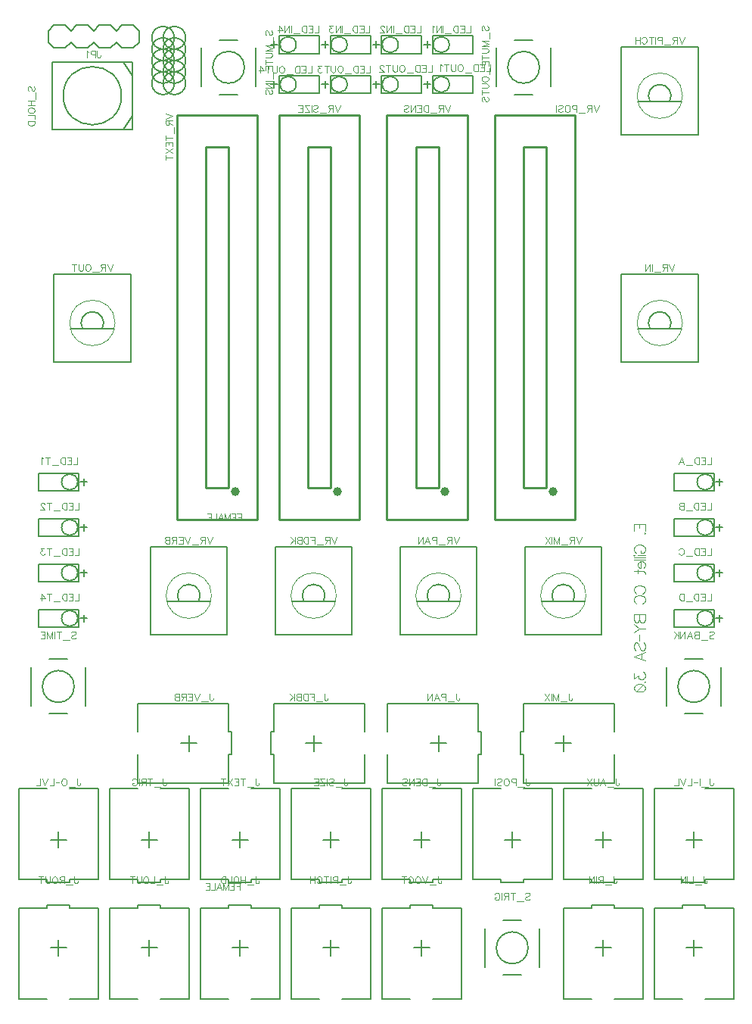
<source format=gbo>
G04 DipTrace 3.3.0.0*
G04 typhoon.GBO*
%MOIN*%
G04 #@! TF.FileFunction,Legend,Bot*
G04 #@! TF.Part,Single*
%ADD10C,0.009843*%
%ADD15C,0.008*%
%ADD18C,0.006*%
%ADD21C,0.005*%
%ADD25C,0.004*%
%ADD31C,0.005984*%
%ADD55O,0.039405X0.039508*%
%ADD57C,0.000013*%
%ADD134C,0.004632*%
%ADD135C,0.003*%
%FSLAX26Y26*%
G04*
G70*
G90*
G75*
G01*
G04 BotSilk*
%LPD*%
X2944068Y1118879D2*
D18*
X3014103D1*
X2979103Y1153826D2*
Y1083882D1*
X3029118Y943996D2*
X3154103D1*
X2929088D2*
X2804103D1*
X2929088Y1344005D2*
X2804103D1*
X3029118D2*
X3154103D1*
Y943996D1*
X2804103D2*
Y1344005D1*
X2929088Y943996D2*
D31*
Y931521D1*
X3029118D1*
Y943996D1*
X2144068Y1118879D2*
D18*
X2214103D1*
X2179103Y1153826D2*
Y1083882D1*
X2229118Y943996D2*
X2354103D1*
X2129088D2*
X2004103D1*
X2129088Y1344005D2*
X2004103D1*
X2229118D2*
X2354103D1*
Y943996D1*
X2004103D2*
Y1344005D1*
X2129088Y943996D2*
D31*
Y931521D1*
X2229118D1*
Y943996D1*
X1703982Y1579035D2*
D18*
Y1509000D1*
X1738929Y1544000D2*
X1668985D1*
X1529098Y1493985D2*
Y1369000D1*
Y1594015D2*
Y1719000D1*
X1929108Y1594015D2*
Y1719000D1*
Y1493985D2*
Y1369000D1*
X1529098D1*
Y1719000D2*
X1929108D1*
X1529098Y1594015D2*
D31*
X1516624D1*
Y1493985D1*
X1529098D1*
X1414138Y644121D2*
D18*
X1344103D1*
X1379103Y609174D2*
Y679118D1*
X1329088Y819004D2*
X1204103D1*
X1429118D2*
X1554103D1*
X1429118Y418995D2*
X1554103D1*
X1329088D2*
X1204103D1*
Y819004D1*
X1554103D2*
Y418995D1*
X1429118Y819004D2*
D31*
Y831479D1*
X1329088D1*
Y819004D1*
X3344068Y1118879D2*
D18*
X3414103D1*
X3379103Y1153826D2*
Y1083882D1*
X3429118Y943996D2*
X3554103D1*
X3329088D2*
X3204103D1*
X3329088Y1344005D2*
X3204103D1*
X3429118D2*
X3554103D1*
Y943996D1*
X3204103D2*
Y1344005D1*
X3329088Y943996D2*
D31*
Y931521D1*
X3429118D1*
Y943996D1*
X3414138Y644121D2*
D18*
X3344103D1*
X3379103Y609174D2*
Y679118D1*
X3329088Y819004D2*
X3204103D1*
X3429118D2*
X3554103D1*
X3429118Y418995D2*
X3554103D1*
X3329088D2*
X3204103D1*
Y819004D1*
X3554103D2*
Y418995D1*
X3429118Y819004D2*
D31*
Y831479D1*
X3329088D1*
Y819004D1*
X1014138Y644121D2*
D18*
X944103D1*
X979103Y609174D2*
Y679118D1*
X929088Y819004D2*
X804103D1*
X1029118D2*
X1154103D1*
X1029118Y418995D2*
X1154103D1*
X929088D2*
X804103D1*
Y819004D1*
X1154103D2*
Y418995D1*
X1029118Y819004D2*
D31*
Y831479D1*
X929088D1*
Y819004D1*
X2803982Y1579035D2*
D18*
Y1509000D1*
X2838929Y1544000D2*
X2768985D1*
X2629098Y1493985D2*
Y1369000D1*
Y1594015D2*
Y1719000D1*
X3029108Y1594015D2*
Y1719000D1*
Y1493985D2*
Y1369000D1*
X2629098D1*
Y1719000D2*
X3029108D1*
X2629098Y1594015D2*
D31*
X2616624D1*
Y1493985D1*
X2629098D1*
X544068Y1118879D2*
D18*
X614103D1*
X579103Y1153826D2*
Y1083882D1*
X629118Y943996D2*
X754103D1*
X529088D2*
X404103D1*
X529088Y1344005D2*
X404103D1*
X629118D2*
X754103D1*
Y943996D1*
X404103D2*
Y1344005D1*
X529088Y943996D2*
D31*
Y931521D1*
X629118D1*
Y943996D1*
X2254224Y1508965D2*
D18*
Y1579000D1*
X2219277Y1544000D2*
X2289220D1*
X2429107Y1594015D2*
Y1719000D1*
Y1493985D2*
Y1369000D1*
X2029098Y1493985D2*
Y1369000D1*
Y1594015D2*
Y1719000D1*
X2429107D1*
Y1369000D2*
X2029098D1*
X2429107Y1493985D2*
D31*
X2441581D1*
Y1594015D1*
X2429107D1*
X1814138Y644121D2*
D18*
X1744103D1*
X1779103Y609174D2*
Y679118D1*
X1729088Y819004D2*
X1604103D1*
X1829118D2*
X1954103D1*
X1829118Y418995D2*
X1954103D1*
X1729088D2*
X1604103D1*
Y819004D1*
X1954103D2*
Y418995D1*
X1829118Y819004D2*
D31*
Y831479D1*
X1729088D1*
Y819004D1*
X2544068Y1118879D2*
D18*
X2614103D1*
X2579103Y1153826D2*
Y1083882D1*
X2629118Y943996D2*
X2754103D1*
X2529088D2*
X2404103D1*
X2529088Y1344005D2*
X2404103D1*
X2629118D2*
X2754103D1*
Y943996D1*
X2404103D2*
Y1344005D1*
X2529088Y943996D2*
D31*
Y931521D1*
X2629118D1*
Y943996D1*
X3014138Y644121D2*
D18*
X2944103D1*
X2979103Y609174D2*
Y679118D1*
X2929088Y819004D2*
X2804103D1*
X3029118D2*
X3154103D1*
X3029118Y418995D2*
X3154103D1*
X2929088D2*
X2804103D1*
Y819004D1*
X3154103D2*
Y418995D1*
X3029118Y819004D2*
D31*
Y831479D1*
X2929088D1*
Y819004D1*
X614138Y644121D2*
D18*
X544103D1*
X579103Y609174D2*
Y679118D1*
X529088Y819004D2*
X404103D1*
X629118D2*
X754103D1*
X629118Y418995D2*
X754103D1*
X529088D2*
X404103D1*
Y819004D1*
X754103D2*
Y418995D1*
X629118Y819004D2*
D31*
Y831479D1*
X529088D1*
Y819004D1*
X1744068Y1118879D2*
D18*
X1814103D1*
X1779103Y1153826D2*
Y1083882D1*
X1829118Y943996D2*
X1954103D1*
X1729088D2*
X1604103D1*
X1729088Y1344005D2*
X1604103D1*
X1829118D2*
X1954103D1*
Y943996D1*
X1604103D2*
Y1344005D1*
X1729088Y943996D2*
D31*
Y931521D1*
X1829118D1*
Y943996D1*
X1344068Y1118879D2*
D18*
X1414103D1*
X1379103Y1153826D2*
Y1083882D1*
X1429118Y943996D2*
X1554103D1*
X1329088D2*
X1204103D1*
X1329088Y1344005D2*
X1204103D1*
X1429118D2*
X1554103D1*
Y943996D1*
X1204103D2*
Y1344005D1*
X1329088Y943996D2*
D31*
Y931521D1*
X1429118D1*
Y943996D1*
X944068Y1118879D2*
D18*
X1014103D1*
X979103Y1153826D2*
Y1083882D1*
X1029118Y943996D2*
X1154103D1*
X929088D2*
X804103D1*
X929088Y1344005D2*
X804103D1*
X1029118D2*
X1154103D1*
Y943996D1*
X804103D2*
Y1344005D1*
X929088Y943996D2*
D31*
Y931521D1*
X1029118D1*
Y943996D1*
X1154224Y1508965D2*
D18*
Y1579000D1*
X1119277Y1544000D2*
X1189220D1*
X1329107Y1594015D2*
Y1719000D1*
Y1493985D2*
Y1369000D1*
X929098Y1493985D2*
Y1369000D1*
Y1594015D2*
Y1719000D1*
X1329107D1*
Y1369000D2*
X929098D1*
X1329107Y1493985D2*
D31*
X1341581D1*
Y1594015D1*
X1329107D1*
X2214138Y644121D2*
D18*
X2144103D1*
X2179103Y609174D2*
Y679118D1*
X2129088Y819004D2*
X2004103D1*
X2229118D2*
X2354103D1*
X2229118Y418995D2*
X2354103D1*
X2129088D2*
X2004103D1*
Y819004D1*
X2354103D2*
Y418995D1*
X2229118Y819004D2*
D31*
Y831479D1*
X2129088D1*
Y819004D1*
X859065Y4604962D2*
D15*
X909065D1*
X934065Y4629962D1*
Y4679962D2*
X909065Y4704962D1*
X734065Y4629962D2*
X759065Y4604962D1*
X809065D1*
X834065Y4629962D1*
Y4679962D2*
X809065Y4704962D1*
X759065D1*
X734065Y4679962D1*
X859065Y4604962D2*
X834065Y4629962D1*
Y4679962D2*
X859065Y4704962D1*
X909065D2*
X859065D1*
X559065Y4604962D2*
X609065D1*
X634065Y4629962D1*
Y4679962D2*
X609065Y4704962D1*
X634065Y4629962D2*
X659065Y4604962D1*
X709065D1*
X734065Y4629962D1*
Y4679962D2*
X709065Y4704962D1*
X659065D1*
X634065Y4679962D1*
X534065Y4629962D2*
Y4679962D1*
X559065Y4604962D2*
X534065Y4629962D1*
Y4679962D2*
X559065Y4704962D1*
X609065D2*
X559065D1*
X934065Y4629962D2*
Y4679962D1*
X3393756Y2694000D2*
D21*
G02X3393756Y2694000I35348J0D01*
G01*
X3505502Y2694104D2*
X3476509D1*
X3491513Y2678101D2*
Y2709103D1*
X3467690Y2733375D2*
X3290515D1*
Y2654625D1*
X3467690D1*
Y2733375D1*
X3393756Y2494000D2*
G02X3393756Y2494000I35348J0D01*
G01*
X3505502Y2494104D2*
X3476509D1*
X3491513Y2478101D2*
Y2509103D1*
X3467690Y2533375D2*
X3290515D1*
Y2454625D1*
X3467690D1*
Y2533375D1*
X3393756Y2294000D2*
G02X3393756Y2294000I35348J0D01*
G01*
X3505502Y2294104D2*
X3476509D1*
X3491513Y2278101D2*
Y2309103D1*
X3467690Y2333375D2*
X3290515D1*
Y2254625D1*
X3467690D1*
Y2333375D1*
X3393756Y2094000D2*
G02X3393756Y2094000I35348J0D01*
G01*
X3505502Y2094104D2*
X3476509D1*
X3491513Y2078101D2*
Y2109103D1*
X3467690Y2133375D2*
X3290515D1*
Y2054625D1*
X3467690D1*
Y2133375D1*
X2231253Y4619000D2*
G02X2231253Y4619000I35348J0D01*
G01*
X2190203Y4618896D2*
X2219197D1*
X2204192Y4634899D2*
Y4603897D1*
X2228016Y4579625D2*
X2405190D1*
Y4658375D1*
X2228016D1*
Y4579625D1*
X2006253Y4619000D2*
G02X2006253Y4619000I35348J0D01*
G01*
X1965203Y4618896D2*
X1994197D1*
X1979192Y4634899D2*
Y4603897D1*
X2003016Y4579625D2*
X2180190D1*
Y4658375D1*
X2003016D1*
Y4579625D1*
X1781253Y4619000D2*
G02X1781253Y4619000I35348J0D01*
G01*
X1740203Y4618896D2*
X1769197D1*
X1754192Y4634899D2*
Y4603897D1*
X1778016Y4579625D2*
X1955190D1*
Y4658375D1*
X1778016D1*
Y4579625D1*
X1556253Y4619000D2*
G02X1556253Y4619000I35348J0D01*
G01*
X1515203Y4618896D2*
X1544197D1*
X1529192Y4634899D2*
Y4603897D1*
X1553016Y4579625D2*
X1730190D1*
Y4658375D1*
X1553016D1*
Y4579625D1*
X2231253Y4444000D2*
G02X2231253Y4444000I35348J0D01*
G01*
X2190203Y4443896D2*
X2219197D1*
X2204192Y4459899D2*
Y4428897D1*
X2228016Y4404625D2*
X2405190D1*
Y4483375D1*
X2228016D1*
Y4404625D1*
X2006253Y4444000D2*
G02X2006253Y4444000I35348J0D01*
G01*
X1965203Y4443896D2*
X1994197D1*
X1979192Y4459899D2*
Y4428897D1*
X2003016Y4404625D2*
X2180190D1*
Y4483375D1*
X2003016D1*
Y4404625D1*
X1781253Y4444000D2*
G02X1781253Y4444000I35348J0D01*
G01*
X1740203Y4443896D2*
X1769197D1*
X1754192Y4459899D2*
Y4428897D1*
X1778016Y4404625D2*
X1955190D1*
Y4483375D1*
X1778016D1*
Y4404625D1*
X1556253Y4444000D2*
G02X1556253Y4444000I35348J0D01*
G01*
X1515203Y4443896D2*
X1544197D1*
X1529192Y4459899D2*
Y4428897D1*
X1553016Y4404625D2*
X1730190D1*
Y4483375D1*
X1553016D1*
Y4404625D1*
X593756Y2694000D2*
G02X593756Y2694000I35348J0D01*
G01*
X705502Y2694104D2*
X676509D1*
X691513Y2678101D2*
Y2709103D1*
X667690Y2733375D2*
X490515D1*
Y2654625D1*
X667690D1*
Y2733375D1*
X593756Y2494000D2*
G02X593756Y2494000I35348J0D01*
G01*
X705502Y2494104D2*
X676509D1*
X691513Y2478101D2*
Y2509103D1*
X667690Y2533375D2*
X490515D1*
Y2454625D1*
X667690D1*
Y2533375D1*
X593756Y2294000D2*
G02X593756Y2294000I35348J0D01*
G01*
X705502Y2294104D2*
X676509D1*
X691513Y2278101D2*
Y2309103D1*
X667690Y2333375D2*
X490515D1*
Y2254625D1*
X667690D1*
Y2333375D1*
X593756Y2094000D2*
G02X593756Y2094000I35348J0D01*
G01*
X705502Y2094104D2*
X676509D1*
X691513Y2078101D2*
Y2109103D1*
X667690Y2133375D2*
X490515D1*
Y2054625D1*
X667690D1*
Y2133375D1*
X990555Y4649178D2*
D18*
G02X990555Y4649178I49998J0D01*
G01*
Y4599161D2*
G02X990555Y4599161I49998J0D01*
G01*
Y4549176D2*
G02X990555Y4549176I49998J0D01*
G01*
Y4499158D2*
G02X990555Y4499158I49998J0D01*
G01*
Y4449173D2*
G02X990555Y4449173I49998J0D01*
G01*
X1040553Y4649178D2*
G02X1040553Y4649178I49998J0D01*
G01*
Y4599161D2*
G02X1040553Y4599161I49998J0D01*
G01*
Y4549176D2*
G02X1040553Y4549176I49998J0D01*
G01*
Y4499158D2*
G02X1040553Y4499158I49998J0D01*
G01*
Y4449173D2*
G02X1040553Y4449173I49998J0D01*
G01*
X3309109Y1794000D2*
D15*
G02X3309109Y1794000I69993J0D01*
G01*
X3259114Y1709001D2*
Y1878999D1*
X3499091D2*
Y1709001D1*
X3339803Y1674016D2*
X3419099D1*
X3338632Y1913984D2*
X3419099D1*
X906263Y4541628D2*
D21*
X866923D1*
X551942D1*
X906263Y4246372D2*
X866923D1*
X551942D1*
X906263D2*
Y4305403D1*
Y4482597D1*
Y4541628D1*
X551942D2*
Y4246372D1*
X866923Y4541628D2*
X906263Y4482597D1*
Y4305403D2*
X866923Y4246372D1*
X601156Y4394000D2*
G02X601156Y4394000I127946J0D01*
G01*
X1259109Y4519000D2*
D15*
G02X1259109Y4519000I69993J0D01*
G01*
X1209114Y4434001D2*
Y4603999D1*
X1449091D2*
Y4434001D1*
X1289803Y4399016D2*
X1369099D1*
X1288632Y4638984D2*
X1369099D1*
X2559109Y4519000D2*
G02X2559109Y4519000I69993J0D01*
G01*
X2749091Y4603999D2*
Y4434001D1*
X2509114D2*
Y4603999D1*
X2668403Y4638984D2*
X2589107D1*
X2669574Y4399016D2*
X2589107D1*
X509109Y1794000D2*
G02X509109Y1794000I69993J0D01*
G01*
X459114Y1709001D2*
Y1878999D1*
X699091D2*
Y1709001D1*
X539803Y1674016D2*
X619099D1*
X538632Y1913984D2*
X619099D1*
X2509109Y644000D2*
G02X2509109Y644000I69993J0D01*
G01*
X2459114Y559001D2*
Y728999D1*
X2699091D2*
Y559001D1*
X2539803Y524016D2*
X2619099D1*
X2538632Y763984D2*
X2619099D1*
X2381283Y2529191D2*
D10*
X2026922D1*
X2381283D2*
Y4308809D1*
X2026922Y2529191D2*
Y4308809D1*
X2381283D2*
X2026922D1*
X2254122Y4168931D2*
X2154083D1*
X2254122D2*
Y2669069D1*
X2154083D2*
X2254122D1*
X2154083D2*
Y4168931D1*
D55*
X2283800Y2651273D3*
X1604117Y2194010D2*
D57*
G02X1604117Y2194010I99986J0D01*
G01*
X1873181Y2408961D2*
D21*
X1535024D1*
Y2023532D1*
X1873181D1*
Y2408961D1*
X1660799Y2169400D2*
D15*
G02X1747406Y2169400I43304J24588D01*
G01*
X1660799D2*
X1747406D1*
X1607637D2*
X1799556D1*
X3129117Y3394010D2*
D57*
G02X3129117Y3394010I99986J0D01*
G01*
X3398181Y3608961D2*
D21*
X3060024D1*
Y3223532D1*
X3398181D1*
Y3608961D1*
X3185799Y3369400D2*
D15*
G02X3272406Y3369400I43304J24588D01*
G01*
X3185799D2*
X3272406D1*
X3132637D2*
X3324556D1*
X2704117Y2194010D2*
D57*
G02X2704117Y2194010I99986J0D01*
G01*
X2973181Y2408961D2*
D21*
X2635024D1*
Y2023532D1*
X2973181D1*
Y2408961D1*
X2760799Y2169400D2*
D15*
G02X2847406Y2169400I43304J24588D01*
G01*
X2760799D2*
X2847406D1*
X2707637D2*
X2899556D1*
X629117Y3394010D2*
D57*
G02X629117Y3394010I99986J0D01*
G01*
X898181Y3608961D2*
D21*
X560024D1*
Y3223532D1*
X898181D1*
Y3608961D1*
X685799Y3369400D2*
D15*
G02X772406Y3369400I43304J24588D01*
G01*
X685799D2*
X772406D1*
X632637D2*
X824556D1*
X2154117Y2194010D2*
D57*
G02X2154117Y2194010I99986J0D01*
G01*
X2423181Y2408961D2*
D21*
X2085024D1*
Y2023532D1*
X2423181D1*
Y2408961D1*
X2210799Y2169400D2*
D15*
G02X2297406Y2169400I43304J24588D01*
G01*
X2210799D2*
X2297406D1*
X2157637D2*
X2349556D1*
X3129117Y4394010D2*
D57*
G02X3129117Y4394010I99986J0D01*
G01*
X3398181Y4608961D2*
D21*
X3060024D1*
Y4223532D1*
X3398181D1*
Y4608961D1*
X3185799Y4369400D2*
D15*
G02X3272406Y4369400I43304J24588D01*
G01*
X3185799D2*
X3272406D1*
X3132637D2*
X3324556D1*
X2856283Y2529191D2*
D10*
X2501922D1*
X2856283D2*
Y4308809D1*
X2501922Y2529191D2*
Y4308809D1*
X2856283D2*
X2501922D1*
X2729122Y4168931D2*
X2629083D1*
X2729122D2*
Y2669069D1*
X2629083D2*
X2729122D1*
X2629083D2*
Y4168931D1*
D55*
X2758800Y2651273D3*
X1906283Y2529191D2*
D10*
X1551922D1*
X1906283D2*
Y4308809D1*
X1551922Y2529191D2*
Y4308809D1*
X1906283D2*
X1551922D1*
X1779122Y4168931D2*
X1679083D1*
X1779122D2*
Y2669069D1*
X1679083D2*
X1779122D1*
X1679083D2*
Y4168931D1*
D55*
X1808800Y2651273D3*
X1456283Y2529191D2*
D10*
X1101922D1*
X1456283D2*
Y4308809D1*
X1101922Y2529191D2*
Y4308809D1*
X1456283D2*
X1101922D1*
X1329122Y4168931D2*
X1229083D1*
X1329122D2*
Y2669069D1*
X1229083D2*
X1329122D1*
X1229083D2*
Y4168931D1*
D55*
X1358800Y2651273D3*
X1054117Y2194010D2*
D57*
G02X1054117Y2194010I99986J0D01*
G01*
X1323181Y2408961D2*
D21*
X985024D1*
Y2023532D1*
X1323181D1*
Y2408961D1*
X1110799Y2169400D2*
D15*
G02X1197406Y2169400I43304J24588D01*
G01*
X1110799D2*
X1197406D1*
X1057637D2*
X1249556D1*
X3035666Y1388434D2*
D134*
Y1365486D1*
X3037092Y1361175D1*
X3038551Y1359749D1*
X3041403Y1358290D1*
X3044288D1*
X3047140Y1359749D1*
X3048566Y1361175D1*
X3050025Y1365486D1*
Y1368338D1*
X3026403Y1353316D2*
X2999144D1*
X2966899Y1358290D2*
X2978406Y1388434D1*
X2989880Y1358290D1*
X2985569Y1368338D2*
X2971210D1*
X2957636Y1388434D2*
Y1366912D1*
X2956210Y1362601D1*
X2953325Y1359749D1*
X2949014Y1358290D1*
X2946162D1*
X2941851Y1359749D1*
X2938966Y1362601D1*
X2937540Y1366912D1*
Y1388434D1*
X2928276D2*
X2908180Y1358290D1*
Y1388434D2*
X2928276Y1358290D1*
X2248174Y1388434D2*
Y1365486D1*
X2249600Y1361175D1*
X2251059Y1359749D1*
X2253911Y1358290D1*
X2256796D1*
X2259648Y1359749D1*
X2261074Y1361175D1*
X2262533Y1365486D1*
Y1368338D1*
X2238910Y1353316D2*
X2211652D1*
X2202388Y1388434D2*
Y1358290D1*
X2192340D1*
X2188029Y1359749D1*
X2185144Y1362601D1*
X2183718Y1365486D1*
X2182292Y1369764D1*
Y1376960D1*
X2183718Y1381271D1*
X2185144Y1384123D1*
X2188029Y1387008D1*
X2192340Y1388434D1*
X2202388D1*
X2154392D2*
X2173028D1*
Y1358290D1*
X2154392D1*
X2173028Y1374075D2*
X2161554D1*
X2125032Y1388434D2*
Y1358290D1*
X2145128Y1388434D1*
Y1358290D1*
X2095672Y1384123D2*
X2098524Y1387008D1*
X2102835Y1388434D1*
X2108572D1*
X2112883Y1387008D1*
X2115768Y1384123D1*
Y1381271D1*
X2114309Y1378386D1*
X2112883Y1376960D1*
X2110031Y1375534D1*
X2101409Y1372649D1*
X2098524Y1371223D1*
X2097098Y1369764D1*
X2095672Y1366912D1*
Y1362601D1*
X2098524Y1359749D1*
X2102835Y1358290D1*
X2108572D1*
X2112883Y1359749D1*
X2115768Y1362601D1*
X1751191Y1762934D2*
Y1739986D1*
X1752617Y1735675D1*
X1754076Y1734249D1*
X1756928Y1732790D1*
X1759813D1*
X1762665Y1734249D1*
X1764090Y1735675D1*
X1765550Y1739986D1*
Y1742838D1*
X1741927Y1727816D2*
X1714668D1*
X1686734Y1762934D2*
X1705405D1*
Y1732790D1*
Y1748575D2*
X1693931D1*
X1677471Y1762934D2*
Y1732790D1*
X1667423D1*
X1663112Y1734249D1*
X1660227Y1737101D1*
X1658801Y1739986D1*
X1657375Y1744264D1*
Y1751460D1*
X1658801Y1755771D1*
X1660227Y1758623D1*
X1663112Y1761508D1*
X1667423Y1762934D1*
X1677471D1*
X1648111D2*
Y1732790D1*
X1635178D1*
X1630867Y1734249D1*
X1629441Y1735675D1*
X1628015Y1738527D1*
Y1742838D1*
X1629441Y1745723D1*
X1630867Y1747149D1*
X1635178Y1748575D1*
X1630867Y1750034D1*
X1629441Y1751460D1*
X1628015Y1754312D1*
Y1757197D1*
X1629441Y1760049D1*
X1630867Y1761508D1*
X1635178Y1762934D1*
X1648111D1*
Y1748575D2*
X1635178D1*
X1618752Y1762934D2*
Y1732790D1*
X1598656Y1762934D2*
X1618752Y1742838D1*
X1611589Y1750034D2*
X1598656Y1732790D1*
X1448887Y957434D2*
Y934486D1*
X1450313Y930175D1*
X1451772Y928749D1*
X1454624Y927290D1*
X1457509D1*
X1460361Y928749D1*
X1461787Y930175D1*
X1463246Y934486D1*
Y937338D1*
X1439623Y922316D2*
X1412364D1*
X1403101Y957434D2*
Y927290D1*
X1383005Y957434D2*
Y927290D1*
X1403101Y943075D2*
X1383005D1*
X1365119Y957434D2*
X1368004Y956008D1*
X1370856Y953123D1*
X1372315Y950271D1*
X1373741Y945960D1*
Y938764D1*
X1372315Y934486D1*
X1370856Y931601D1*
X1368004Y928749D1*
X1365119Y927290D1*
X1359382D1*
X1356530Y928749D1*
X1353645Y931601D1*
X1352219Y934486D1*
X1350793Y938764D1*
Y945960D1*
X1352219Y950271D1*
X1353645Y953123D1*
X1356530Y956008D1*
X1359382Y957434D1*
X1365119D1*
X1341530D2*
Y927290D1*
X1324319D1*
X1315055Y957434D2*
Y927290D1*
X1305007D1*
X1300696Y928749D1*
X1297811Y931601D1*
X1296385Y934486D1*
X1294959Y938764D1*
Y945960D1*
X1296385Y950271D1*
X1297811Y953123D1*
X1300696Y956008D1*
X1305007Y957434D1*
X1315055D1*
X3450319Y1388434D2*
Y1365486D1*
X3451745Y1361175D1*
X3453204Y1359749D1*
X3456056Y1358290D1*
X3458941D1*
X3461793Y1359749D1*
X3463219Y1361175D1*
X3464678Y1365486D1*
Y1368338D1*
X3441055Y1353316D2*
X3413796D1*
X3404533Y1388434D2*
Y1358290D1*
X3395269Y1373345D2*
X3378688D1*
X3369425Y1388434D2*
Y1358290D1*
X3352214D1*
X3342950Y1388434D2*
X3331476Y1358290D1*
X3320002Y1388434D1*
X3310739D2*
Y1358290D1*
X3293528D1*
X3422733Y957434D2*
Y934486D1*
X3424159Y930175D1*
X3425618Y928749D1*
X3428470Y927290D1*
X3431355D1*
X3434207Y928749D1*
X3435633Y930175D1*
X3437092Y934486D1*
Y937338D1*
X3413470Y922316D2*
X3386211D1*
X3376947Y957434D2*
Y927290D1*
X3359736D1*
X3350473Y957434D2*
Y927290D1*
X3321113Y957434D2*
Y927290D1*
X3341209Y957434D1*
Y927290D1*
X1048887Y957434D2*
Y934486D1*
X1050313Y930175D1*
X1051772Y928749D1*
X1054624Y927290D1*
X1057509D1*
X1060361Y928749D1*
X1061787Y930175D1*
X1063246Y934486D1*
Y937338D1*
X1039623Y922316D2*
X1012364D1*
X1003101Y957434D2*
Y927290D1*
X985890D1*
X968004Y957434D2*
X970889Y956008D1*
X973741Y953123D1*
X975201Y950271D1*
X976626Y945960D1*
Y938764D1*
X975201Y934486D1*
X973741Y931601D1*
X970889Y928749D1*
X968004Y927290D1*
X962267D1*
X959416Y928749D1*
X956530Y931601D1*
X955104Y934486D1*
X953679Y938764D1*
Y945960D1*
X955104Y950271D1*
X956530Y953123D1*
X959416Y956008D1*
X962267Y957434D1*
X968004D1*
X944415D2*
Y935912D1*
X942989Y931601D1*
X940104Y928749D1*
X935793Y927290D1*
X932941D1*
X928630Y928749D1*
X925745Y931601D1*
X924319Y935912D1*
Y957434D1*
X905007D2*
Y927290D1*
X915055Y957434D2*
X894959D1*
X2828602Y1762934D2*
Y1739986D1*
X2830028Y1735675D1*
X2831487Y1734249D1*
X2834339Y1732790D1*
X2837224D1*
X2840076Y1734249D1*
X2841502Y1735675D1*
X2842961Y1739986D1*
Y1742838D1*
X2819338Y1727816D2*
X2792079D1*
X2759868Y1732790D2*
Y1762934D1*
X2771342Y1732790D1*
X2782816Y1762934D1*
Y1732790D1*
X2750604Y1762934D2*
Y1732790D1*
X2741341Y1762934D2*
X2721245Y1732790D1*
Y1762934D2*
X2741341Y1732790D1*
X661793Y1388434D2*
Y1365486D1*
X663219Y1361175D1*
X664678Y1359749D1*
X667530Y1358290D1*
X670415D1*
X673267Y1359749D1*
X674692Y1361175D1*
X676152Y1365486D1*
Y1368338D1*
X652529Y1353316D2*
X625270D1*
X607385Y1388434D2*
X610270Y1387008D1*
X613121Y1384123D1*
X614581Y1381271D1*
X616007Y1376960D1*
Y1369764D1*
X614581Y1365486D1*
X613121Y1362601D1*
X610270Y1359749D1*
X607385Y1358290D1*
X601648D1*
X598796Y1359749D1*
X595911Y1362601D1*
X594485Y1365486D1*
X593059Y1369764D1*
Y1376960D1*
X594485Y1381271D1*
X595911Y1384123D1*
X598796Y1387008D1*
X601648Y1388434D1*
X607385D1*
X583795Y1373345D2*
X567214D1*
X557951Y1388434D2*
Y1358290D1*
X540740D1*
X531476Y1388434D2*
X520002Y1358290D1*
X508528Y1388434D1*
X499265D2*
Y1358290D1*
X482054D1*
X2332666Y1762934D2*
Y1739986D1*
X2334092Y1735675D1*
X2335551Y1734249D1*
X2338403Y1732790D1*
X2341288D1*
X2344140Y1734249D1*
X2345566Y1735675D1*
X2347025Y1739986D1*
Y1742838D1*
X2323403Y1727816D2*
X2296144D1*
X2286880Y1747149D2*
X2273947D1*
X2269669Y1748575D1*
X2268210Y1750034D1*
X2266784Y1752886D1*
Y1757197D1*
X2268210Y1760049D1*
X2269669Y1761508D1*
X2273947Y1762934D1*
X2286880D1*
Y1732790D1*
X2234540D2*
X2246047Y1762934D1*
X2257521Y1732790D1*
X2253210Y1742838D2*
X2238851D1*
X2205180Y1762934D2*
Y1732790D1*
X2225276Y1762934D1*
Y1732790D1*
X1854248Y957434D2*
Y934486D1*
X1855674Y930175D1*
X1857133Y928749D1*
X1859985Y927290D1*
X1862870D1*
X1865722Y928749D1*
X1867148Y930175D1*
X1868607Y934486D1*
Y937338D1*
X1844985Y922316D2*
X1817726D1*
X1808462Y941649D2*
X1795529D1*
X1791251Y943075D1*
X1789792Y944534D1*
X1788366Y947386D1*
Y951697D1*
X1789792Y954549D1*
X1791251Y956008D1*
X1795529Y957434D1*
X1808462D1*
Y927290D1*
X1779103Y957434D2*
Y927290D1*
X1759791Y957434D2*
Y927290D1*
X1769839Y957434D2*
X1749743D1*
X1718958Y950271D2*
X1720384Y953123D1*
X1723269Y956008D1*
X1726121Y957434D1*
X1731858D1*
X1734743Y956008D1*
X1737595Y953123D1*
X1739054Y950271D1*
X1740480Y945960D1*
Y938764D1*
X1739054Y934486D1*
X1737595Y931601D1*
X1734743Y928749D1*
X1731858Y927290D1*
X1726121D1*
X1723269Y928749D1*
X1720384Y931601D1*
X1718958Y934486D1*
X1709694Y957434D2*
Y927290D1*
X1689598Y957434D2*
Y927290D1*
X1709694Y943075D2*
X1689598D1*
X2640281Y1388434D2*
Y1365486D1*
X2641707Y1361175D1*
X2643167Y1359749D1*
X2646018Y1358290D1*
X2648904D1*
X2651755Y1359749D1*
X2653181Y1361175D1*
X2654641Y1365486D1*
Y1368338D1*
X2631018Y1353316D2*
X2603759D1*
X2594495Y1372649D2*
X2581562D1*
X2577285Y1374075D1*
X2575825Y1375534D1*
X2574399Y1378386D1*
Y1382697D1*
X2575825Y1385549D1*
X2577285Y1387008D1*
X2581562Y1388434D1*
X2594495D1*
Y1358290D1*
X2556514Y1388434D2*
X2559399Y1387008D1*
X2562251Y1384123D1*
X2563710Y1381271D1*
X2565136Y1376960D1*
Y1369764D1*
X2563710Y1365486D1*
X2562251Y1362601D1*
X2559399Y1359749D1*
X2556514Y1358290D1*
X2550777D1*
X2547925Y1359749D1*
X2545040Y1362601D1*
X2543614Y1365486D1*
X2542188Y1369764D1*
Y1376960D1*
X2543614Y1381271D1*
X2545040Y1384123D1*
X2547925Y1387008D1*
X2550777Y1388434D1*
X2556514D1*
X2512828Y1384123D2*
X2515680Y1387008D1*
X2519991Y1388434D1*
X2525728D1*
X2530039Y1387008D1*
X2532924Y1384123D1*
Y1381271D1*
X2531465Y1378386D1*
X2530039Y1376960D1*
X2527187Y1375534D1*
X2518565Y1372649D1*
X2515680Y1371223D1*
X2514254Y1369764D1*
X2512828Y1366912D1*
Y1362601D1*
X2515680Y1359749D1*
X2519991Y1358290D1*
X2525728D1*
X2530039Y1359749D1*
X2532924Y1362601D1*
X2503565Y1388434D2*
Y1358290D1*
X3024176Y957434D2*
Y934486D1*
X3025602Y930175D1*
X3027061Y928749D1*
X3029913Y927290D1*
X3032798D1*
X3035650Y928749D1*
X3037076Y930175D1*
X3038535Y934486D1*
Y937338D1*
X3014912Y922316D2*
X2987653D1*
X2978390Y943075D2*
X2965490D1*
X2961179Y944534D1*
X2959720Y945960D1*
X2958294Y948812D1*
Y951697D1*
X2959720Y954549D1*
X2961179Y956008D1*
X2965490Y957434D1*
X2978390D1*
Y927290D1*
X2968342Y943075D2*
X2958294Y927290D1*
X2949030Y957434D2*
Y927290D1*
X2919671Y957434D2*
Y927290D1*
X2939767Y957434D1*
Y927290D1*
X650330Y957434D2*
Y934486D1*
X651755Y930175D1*
X653215Y928749D1*
X656066Y927290D1*
X658952D1*
X661803Y928749D1*
X663229Y930175D1*
X664689Y934486D1*
Y937338D1*
X641066Y922316D2*
X613807D1*
X604543Y943075D2*
X591644D1*
X587333Y944534D1*
X585873Y945960D1*
X584447Y948812D1*
Y951697D1*
X585873Y954549D1*
X587333Y956008D1*
X591644Y957434D1*
X604543D1*
Y927290D1*
X594495Y943075D2*
X584447Y927290D1*
X566562Y957434D2*
X569447Y956008D1*
X572299Y953123D1*
X573758Y950271D1*
X575184Y945960D1*
Y938764D1*
X573758Y934486D1*
X572299Y931601D1*
X569447Y928749D1*
X566562Y927290D1*
X560825D1*
X557973Y928749D1*
X555088Y931601D1*
X553662Y934486D1*
X552236Y938764D1*
Y945960D1*
X553662Y950271D1*
X555088Y953123D1*
X557973Y956008D1*
X560825Y957434D1*
X566562D1*
X542972D2*
Y935912D1*
X541547Y931601D1*
X538661Y928749D1*
X534350Y927290D1*
X531499D1*
X527187Y928749D1*
X524302Y931601D1*
X522876Y935912D1*
Y957434D1*
X503565D2*
Y927290D1*
X513613Y957434D2*
X493517D1*
X1838126Y1388434D2*
Y1365486D1*
X1839552Y1361175D1*
X1841011Y1359749D1*
X1843863Y1358290D1*
X1846748D1*
X1849600Y1359749D1*
X1851026Y1361175D1*
X1852485Y1365486D1*
Y1368338D1*
X1828862Y1353316D2*
X1801604D1*
X1772244Y1384123D2*
X1775096Y1387008D1*
X1779407Y1388434D1*
X1785144D1*
X1789455Y1387008D1*
X1792340Y1384123D1*
Y1381271D1*
X1790881Y1378386D1*
X1789455Y1376960D1*
X1786603Y1375534D1*
X1777981Y1372649D1*
X1775096Y1371223D1*
X1773670Y1369764D1*
X1772244Y1366912D1*
Y1362601D1*
X1775096Y1359749D1*
X1779407Y1358290D1*
X1785144D1*
X1789455Y1359749D1*
X1792340Y1362601D1*
X1762980Y1388434D2*
Y1358290D1*
X1753717Y1388434D2*
X1733621D1*
X1753717Y1358290D1*
X1733621D1*
X1705720Y1388434D2*
X1724357D1*
Y1358290D1*
X1705720D1*
X1724357Y1374075D2*
X1712883D1*
X1448174Y1388434D2*
Y1365486D1*
X1449600Y1361175D1*
X1451059Y1359749D1*
X1453911Y1358290D1*
X1456796D1*
X1459648Y1359749D1*
X1461074Y1361175D1*
X1462533Y1365486D1*
Y1368338D1*
X1438910Y1353316D2*
X1411652D1*
X1392340Y1388434D2*
Y1358290D1*
X1402388Y1388434D2*
X1382292D1*
X1354392D2*
X1373028D1*
Y1358290D1*
X1354392D1*
X1373028Y1374075D2*
X1361554D1*
X1345128Y1388434D2*
X1325032Y1358290D1*
Y1388434D2*
X1345128Y1358290D1*
X1305720Y1388434D2*
Y1358290D1*
X1315768Y1388434D2*
X1295672D1*
X1039569D2*
Y1365486D1*
X1040994Y1361175D1*
X1042454Y1359749D1*
X1045306Y1358290D1*
X1048191D1*
X1051042Y1359749D1*
X1052468Y1361175D1*
X1053928Y1365486D1*
Y1368338D1*
X1030305Y1353316D2*
X1003046D1*
X983734Y1388434D2*
Y1358290D1*
X993782Y1388434D2*
X973686D1*
X964423Y1374075D2*
X951523D1*
X947212Y1375534D1*
X945753Y1376960D1*
X944327Y1379812D1*
Y1382697D1*
X945753Y1385549D1*
X947212Y1387008D1*
X951523Y1388434D1*
X964423D1*
Y1358290D1*
X954375Y1374075D2*
X944327Y1358290D1*
X935063Y1388434D2*
Y1358290D1*
X904278Y1381271D2*
X905704Y1384123D1*
X908589Y1387008D1*
X911441Y1388434D1*
X917178D1*
X920063Y1387008D1*
X922915Y1384123D1*
X924374Y1381271D1*
X925800Y1376960D1*
Y1369764D1*
X924374Y1365486D1*
X922915Y1362601D1*
X920063Y1359749D1*
X917178Y1358290D1*
X911441D1*
X908589Y1359749D1*
X905704Y1362601D1*
X904278Y1365486D1*
Y1369764D1*
X911441D1*
X1246600Y1762934D2*
Y1739986D1*
X1248026Y1735675D1*
X1249485Y1734249D1*
X1252337Y1732790D1*
X1255222D1*
X1258074Y1734249D1*
X1259500Y1735675D1*
X1260959Y1739986D1*
Y1742838D1*
X1237336Y1727816D2*
X1210077D1*
X1200814Y1762934D2*
X1189340Y1732790D1*
X1177866Y1762934D1*
X1149966D2*
X1168602D1*
Y1732790D1*
X1149966D1*
X1168602Y1748575D2*
X1157129D1*
X1140702D2*
X1127802D1*
X1123491Y1750034D1*
X1122032Y1751460D1*
X1120606Y1754312D1*
Y1757197D1*
X1122032Y1760049D1*
X1123491Y1761508D1*
X1127802Y1762934D1*
X1140702D1*
Y1732790D1*
X1130654Y1748575D2*
X1120606Y1732790D1*
X1111342Y1762934D2*
Y1732790D1*
X1098409D1*
X1094098Y1734249D1*
X1092672Y1735675D1*
X1091246Y1738527D1*
Y1742838D1*
X1092672Y1745723D1*
X1094098Y1747149D1*
X1098409Y1748575D1*
X1094098Y1750034D1*
X1092672Y1751460D1*
X1091246Y1754312D1*
Y1757197D1*
X1092672Y1760049D1*
X1094098Y1761508D1*
X1098409Y1762934D1*
X1111342D1*
Y1748575D2*
X1098409D1*
X2252468Y957434D2*
Y934486D1*
X2253894Y930175D1*
X2255354Y928749D1*
X2258205Y927290D1*
X2261090D1*
X2263942Y928749D1*
X2265368Y930175D1*
X2266827Y934486D1*
Y937338D1*
X2243205Y922316D2*
X2215946D1*
X2206682Y957434D2*
X2195208Y927290D1*
X2183734Y957434D1*
X2165849D2*
X2168734Y956008D1*
X2171586Y953123D1*
X2173045Y950271D1*
X2174471Y945960D1*
Y938764D1*
X2173045Y934486D1*
X2171586Y931601D1*
X2168734Y928749D1*
X2165849Y927290D1*
X2160112D1*
X2157260Y928749D1*
X2154375Y931601D1*
X2152949Y934486D1*
X2151523Y938764D1*
Y945960D1*
X2152949Y950271D1*
X2154375Y953123D1*
X2157260Y956008D1*
X2160112Y957434D1*
X2165849D1*
X2120738Y950271D2*
X2122163Y953123D1*
X2125049Y956008D1*
X2127900Y957434D1*
X2133637D1*
X2136523Y956008D1*
X2139374Y953123D1*
X2140834Y950271D1*
X2142259Y945960D1*
Y938764D1*
X2140834Y934486D1*
X2139374Y931601D1*
X2136523Y928749D1*
X2133637Y927290D1*
X2127900D1*
X2125049Y928749D1*
X2122163Y931601D1*
X2120738Y934486D1*
X2101426Y957434D2*
Y927290D1*
X2111474Y957434D2*
X2091378D1*
X750452Y4592275D2*
Y4569327D1*
X751878Y4565016D1*
X753337Y4563590D1*
X756189Y4562131D1*
X759074D1*
X761926Y4563590D1*
X763352Y4565016D1*
X764811Y4569327D1*
Y4572179D1*
X741189Y4576490D2*
X728256D1*
X723978Y4577916D1*
X722519Y4579375D1*
X721093Y4582227D1*
Y4586538D1*
X722519Y4589390D1*
X723978Y4590849D1*
X728256Y4592275D1*
X741189D1*
Y4562131D1*
X711829Y4586505D2*
X708944Y4587964D1*
X704633Y4592242D1*
Y4562131D1*
X3456315Y2803146D2*
Y2773002D1*
X3439104D1*
X3411204Y2803146D2*
X3429840D1*
Y2773002D1*
X3411204D1*
X3429840Y2788787D2*
X3418366D1*
X3401940Y2803146D2*
Y2773002D1*
X3391892D1*
X3387581Y2774462D1*
X3384696Y2777313D1*
X3383270Y2780199D1*
X3381844Y2784476D1*
Y2791672D1*
X3383270Y2795984D1*
X3384696Y2798835D1*
X3387581Y2801720D1*
X3391892Y2803146D1*
X3401940D1*
X3372580Y2768028D2*
X3345322D1*
X3313077Y2773002D2*
X3324584Y2803146D1*
X3336058Y2773002D1*
X3331747Y2783050D2*
X3317388D1*
X3454872Y2603146D2*
Y2573002D1*
X3437661D1*
X3409761Y2603146D2*
X3428398D1*
Y2573002D1*
X3409761D1*
X3428398Y2588787D2*
X3416924D1*
X3400497Y2603146D2*
Y2573002D1*
X3390449D1*
X3386138Y2574462D1*
X3383253Y2577313D1*
X3381827Y2580199D1*
X3380401Y2584476D1*
Y2591672D1*
X3381827Y2595984D1*
X3383253Y2598835D1*
X3386138Y2601720D1*
X3390449Y2603146D1*
X3400497D1*
X3371138Y2568028D2*
X3343879D1*
X3334615Y2603146D2*
Y2573002D1*
X3321682D1*
X3317371Y2574462D1*
X3315945Y2575888D1*
X3314519Y2578739D1*
Y2583050D1*
X3315945Y2585936D1*
X3317371Y2587361D1*
X3321682Y2588787D1*
X3317371Y2590247D1*
X3315945Y2591672D1*
X3314519Y2594524D1*
Y2597409D1*
X3315945Y2600261D1*
X3317371Y2601720D1*
X3321682Y2603146D1*
X3334615D1*
Y2588787D2*
X3321682D1*
X3455585Y2403146D2*
Y2373002D1*
X3438374D1*
X3410474Y2403146D2*
X3429111D1*
Y2373002D1*
X3410474D1*
X3429111Y2388787D2*
X3417637D1*
X3401210Y2403146D2*
Y2373002D1*
X3391162D1*
X3386851Y2374462D1*
X3383966Y2377313D1*
X3382540Y2380199D1*
X3381114Y2384476D1*
Y2391672D1*
X3382540Y2395984D1*
X3383966Y2398835D1*
X3386851Y2401720D1*
X3391162Y2403146D1*
X3401210D1*
X3371851Y2368028D2*
X3344592D1*
X3313806Y2395984D2*
X3315232Y2398835D1*
X3318117Y2401720D1*
X3320969Y2403146D1*
X3326706D1*
X3329591Y2401720D1*
X3332443Y2398835D1*
X3333902Y2395984D1*
X3335328Y2391672D1*
Y2384476D1*
X3333902Y2380199D1*
X3332443Y2377313D1*
X3329591Y2374462D1*
X3326706Y2373002D1*
X3320969D1*
X3318117Y2374462D1*
X3315232Y2377313D1*
X3313806Y2380199D1*
X3454872Y2203146D2*
Y2173002D1*
X3437661D1*
X3409761Y2203146D2*
X3428398D1*
Y2173002D1*
X3409761D1*
X3428398Y2188787D2*
X3416924D1*
X3400497Y2203146D2*
Y2173002D1*
X3390449D1*
X3386138Y2174462D1*
X3383253Y2177313D1*
X3381827Y2180199D1*
X3380401Y2184476D1*
Y2191672D1*
X3381827Y2195984D1*
X3383253Y2198835D1*
X3386138Y2201720D1*
X3390449Y2203146D1*
X3400497D1*
X3371138Y2168028D2*
X3343879D1*
X3334615Y2203146D2*
Y2173002D1*
X3324567D1*
X3320256Y2174462D1*
X3317371Y2177313D1*
X3315945Y2180199D1*
X3314519Y2184476D1*
Y2191672D1*
X3315945Y2195984D1*
X3317371Y2198835D1*
X3320256Y2201720D1*
X3324567Y2203146D1*
X3334615D1*
X2394048Y4703146D2*
Y4673002D1*
X2376837D1*
X2348936Y4703146D2*
X2367573D1*
Y4673002D1*
X2348936D1*
X2367573Y4688787D2*
X2356099D1*
X2339673Y4703146D2*
Y4673002D1*
X2329625D1*
X2325314Y4674462D1*
X2322429Y4677313D1*
X2321003Y4680199D1*
X2319577Y4684476D1*
Y4691672D1*
X2321003Y4695984D1*
X2322429Y4698835D1*
X2325314Y4701720D1*
X2329625Y4703146D1*
X2339673D1*
X2310313Y4668028D2*
X2283054D1*
X2273791Y4703146D2*
Y4673002D1*
X2244431Y4703146D2*
Y4673002D1*
X2264527Y4703146D1*
Y4673002D1*
X2235168Y4697376D2*
X2232282Y4698835D1*
X2227971Y4703113D1*
Y4673002D1*
X2175498Y4703146D2*
Y4673002D1*
X2158287D1*
X2130386Y4703146D2*
X2149023D1*
Y4673002D1*
X2130386D1*
X2149023Y4688787D2*
X2137549D1*
X2121123Y4703146D2*
Y4673002D1*
X2111075D1*
X2106764Y4674462D1*
X2103879Y4677313D1*
X2102453Y4680199D1*
X2101027Y4684476D1*
Y4691672D1*
X2102453Y4695984D1*
X2103879Y4698835D1*
X2106764Y4701720D1*
X2111075Y4703146D1*
X2121123D1*
X2091763Y4668028D2*
X2064504D1*
X2055241Y4703146D2*
Y4673002D1*
X2025881Y4703146D2*
Y4673002D1*
X2045977Y4703146D1*
Y4673002D1*
X2015158Y4695950D2*
Y4697376D1*
X2013732Y4700261D1*
X2012306Y4701687D1*
X2009421Y4703113D1*
X2003684D1*
X2000833Y4701687D1*
X1999407Y4700261D1*
X1997947Y4697376D1*
Y4694524D1*
X1999407Y4691639D1*
X2002258Y4687361D1*
X2016618Y4673002D1*
X1996522D1*
X1950498Y4703146D2*
Y4673002D1*
X1933287D1*
X1905386Y4703146D2*
X1924023D1*
Y4673002D1*
X1905386D1*
X1924023Y4688787D2*
X1912549D1*
X1896123Y4703146D2*
Y4673002D1*
X1886075D1*
X1881764Y4674462D1*
X1878879Y4677313D1*
X1877453Y4680199D1*
X1876027Y4684476D1*
Y4691672D1*
X1877453Y4695984D1*
X1878879Y4698835D1*
X1881764Y4701720D1*
X1886075Y4703146D1*
X1896123D1*
X1866763Y4668028D2*
X1839504D1*
X1830241Y4703146D2*
Y4673002D1*
X1800881Y4703146D2*
Y4673002D1*
X1820977Y4703146D1*
Y4673002D1*
X1788732Y4703113D2*
X1772981D1*
X1781570Y4691639D1*
X1777258D1*
X1774407Y4690213D1*
X1772981Y4688787D1*
X1771522Y4684476D1*
Y4681624D1*
X1772981Y4677313D1*
X1775833Y4674428D1*
X1780144Y4673002D1*
X1784455D1*
X1788732Y4674428D1*
X1790158Y4675888D1*
X1791618Y4678739D1*
X1726211Y4703146D2*
Y4673002D1*
X1709000D1*
X1681099Y4703146D2*
X1699736D1*
Y4673002D1*
X1681099D1*
X1699736Y4688787D2*
X1688262D1*
X1671836Y4703146D2*
Y4673002D1*
X1661788D1*
X1657477Y4674462D1*
X1654592Y4677313D1*
X1653166Y4680199D1*
X1651740Y4684476D1*
Y4691672D1*
X1653166Y4695984D1*
X1654592Y4698835D1*
X1657477Y4701720D1*
X1661788Y4703146D1*
X1671836D1*
X1642476Y4668028D2*
X1615217D1*
X1605954Y4703146D2*
Y4673002D1*
X1576594Y4703146D2*
Y4673002D1*
X1596690Y4703146D1*
Y4673002D1*
X1552971D2*
Y4703113D1*
X1567330Y4683050D1*
X1545809D1*
X2481770Y4531994D2*
Y4501850D1*
X2464559D1*
X2436658Y4531994D2*
X2455295D1*
Y4501850D1*
X2436658D1*
X2455295Y4517635D2*
X2443821D1*
X2427395Y4531994D2*
Y4501850D1*
X2417347D1*
X2413036Y4503309D1*
X2410151Y4506161D1*
X2408725Y4509046D1*
X2407299Y4513324D1*
Y4520520D1*
X2408725Y4524831D1*
X2410151Y4527683D1*
X2413036Y4530568D1*
X2417347Y4531994D1*
X2427395D1*
X2398035Y4496876D2*
X2370776D1*
X2352891Y4531994D2*
X2355776Y4530568D1*
X2358628Y4527683D1*
X2360087Y4524831D1*
X2361513Y4520520D1*
Y4513324D1*
X2360087Y4509046D1*
X2358628Y4506161D1*
X2355776Y4503309D1*
X2352891Y4501850D1*
X2347154D1*
X2344302Y4503309D1*
X2341417Y4506161D1*
X2339991Y4509046D1*
X2338565Y4513324D1*
Y4520520D1*
X2339991Y4524831D1*
X2341417Y4527683D1*
X2344302Y4530568D1*
X2347154Y4531994D1*
X2352891D1*
X2329301D2*
Y4510472D1*
X2327875Y4506161D1*
X2324990Y4503309D1*
X2320679Y4501850D1*
X2317827D1*
X2313516Y4503309D1*
X2310631Y4506161D1*
X2309205Y4510472D1*
Y4531994D1*
X2289894D2*
Y4501850D1*
X2299942Y4531994D2*
X2279846D1*
X2270582Y4526224D2*
X2267697Y4527683D1*
X2263386Y4531961D1*
Y4501850D1*
X2225058Y4529429D2*
Y4499285D1*
X2207847D1*
X2179947Y4529429D2*
X2198584D1*
Y4499285D1*
X2179947D1*
X2198584Y4515070D2*
X2187110D1*
X2170683Y4529429D2*
Y4499285D1*
X2160635D1*
X2156324Y4500744D1*
X2153439Y4503596D1*
X2152013Y4506481D1*
X2150587Y4510759D1*
Y4517955D1*
X2152013Y4522266D1*
X2153439Y4525118D1*
X2156324Y4528003D1*
X2160635Y4529429D1*
X2170683D1*
X2141324Y4494310D2*
X2114065D1*
X2096179Y4529429D2*
X2099064Y4528003D1*
X2101916Y4525118D1*
X2103375Y4522266D1*
X2104801Y4517955D1*
Y4510759D1*
X2103375Y4506481D1*
X2101916Y4503596D1*
X2099064Y4500744D1*
X2096179Y4499285D1*
X2090442D1*
X2087590Y4500744D1*
X2084705Y4503596D1*
X2083279Y4506481D1*
X2081853Y4510759D1*
Y4517955D1*
X2083279Y4522266D1*
X2084705Y4525118D1*
X2087590Y4528003D1*
X2090442Y4529429D1*
X2096179D1*
X2072590D2*
Y4507907D1*
X2071164Y4503596D1*
X2068279Y4500744D1*
X2063968Y4499285D1*
X2061116D1*
X2056805Y4500744D1*
X2053920Y4503596D1*
X2052494Y4507907D1*
Y4529429D1*
X2033182D2*
Y4499285D1*
X2043230Y4529429D2*
X2023134D1*
X2012411Y4522233D2*
Y4523658D1*
X2010986Y4526544D1*
X2009560Y4527969D1*
X2006675Y4529395D1*
X2000938D1*
X1998086Y4527969D1*
X1996660Y4526544D1*
X1995201Y4523658D1*
Y4520807D1*
X1996660Y4517921D1*
X1999512Y4513644D1*
X2013871Y4499285D1*
X1993775D1*
X1952920Y4526864D2*
Y4496720D1*
X1935709D1*
X1907809Y4526864D2*
X1926446D1*
Y4496720D1*
X1907809D1*
X1926446Y4512505D2*
X1914972D1*
X1898545Y4526864D2*
Y4496720D1*
X1888497D1*
X1884186Y4498179D1*
X1881301Y4501031D1*
X1879875Y4503916D1*
X1878449Y4508194D1*
Y4515390D1*
X1879875Y4519701D1*
X1881301Y4522553D1*
X1884186Y4525438D1*
X1888497Y4526864D1*
X1898545D1*
X1869186Y4491746D2*
X1841927D1*
X1824041Y4526864D2*
X1826926Y4525438D1*
X1829778Y4522553D1*
X1831237Y4519701D1*
X1832663Y4515390D1*
Y4508194D1*
X1831237Y4503916D1*
X1829778Y4501031D1*
X1826926Y4498179D1*
X1824041Y4496720D1*
X1818304D1*
X1815452Y4498179D1*
X1812567Y4501031D1*
X1811141Y4503916D1*
X1809715Y4508194D1*
Y4515390D1*
X1811141Y4519701D1*
X1812567Y4522553D1*
X1815452Y4525438D1*
X1818304Y4526864D1*
X1824041D1*
X1800452D2*
Y4505342D1*
X1799026Y4501031D1*
X1796141Y4498179D1*
X1791830Y4496720D1*
X1788978D1*
X1784667Y4498179D1*
X1781782Y4501031D1*
X1780356Y4505342D1*
Y4526864D1*
X1761044D2*
Y4496720D1*
X1771092Y4526864D2*
X1750996D1*
X1738848Y4526831D2*
X1723096D1*
X1731685Y4515357D1*
X1727374D1*
X1724522Y4513931D1*
X1723096Y4512505D1*
X1721637Y4508194D1*
Y4505342D1*
X1723096Y4501031D1*
X1725948Y4498146D1*
X1730259Y4496720D1*
X1734570D1*
X1738848Y4498146D1*
X1740274Y4499605D1*
X1741733Y4502457D1*
X1695278Y4524299D2*
Y4494155D1*
X1678067D1*
X1650166Y4524299D2*
X1668803D1*
Y4494155D1*
X1650166D1*
X1668803Y4509940D2*
X1657329D1*
X1640903Y4524299D2*
Y4494155D1*
X1630855D1*
X1626544Y4495614D1*
X1623659Y4498466D1*
X1622233Y4501351D1*
X1620807Y4505629D1*
Y4512825D1*
X1622233Y4517136D1*
X1623659Y4519988D1*
X1626544Y4522873D1*
X1630855Y4524299D1*
X1640903D1*
X1611543Y4489180D2*
X1584284D1*
X1566399Y4524299D2*
X1569284Y4522873D1*
X1572136Y4519988D1*
X1573595Y4517136D1*
X1575021Y4512825D1*
Y4505629D1*
X1573595Y4501351D1*
X1572136Y4498466D1*
X1569284Y4495614D1*
X1566399Y4494155D1*
X1560662D1*
X1557810Y4495614D1*
X1554925Y4498466D1*
X1553499Y4501351D1*
X1552073Y4505629D1*
Y4512825D1*
X1553499Y4517136D1*
X1554925Y4519988D1*
X1557810Y4522873D1*
X1560662Y4524299D1*
X1566399D1*
X1542809D2*
Y4502777D1*
X1541383Y4498466D1*
X1538498Y4495614D1*
X1534187Y4494155D1*
X1531335D1*
X1527024Y4495614D1*
X1524139Y4498466D1*
X1522713Y4502777D1*
Y4524299D1*
X1503402D2*
Y4494155D1*
X1513450Y4524299D2*
X1493354D1*
X1469731Y4494155D2*
Y4524266D1*
X1484090Y4504203D1*
X1462568D1*
X663102Y2803146D2*
Y2773002D1*
X645891D1*
X617991Y2803146D2*
X636628D1*
Y2773002D1*
X617991D1*
X636628Y2788787D2*
X625154D1*
X608727Y2803146D2*
Y2773002D1*
X598679D1*
X594368Y2774462D1*
X591483Y2777313D1*
X590057Y2780199D1*
X588631Y2784476D1*
Y2791672D1*
X590057Y2795984D1*
X591483Y2798835D1*
X594368Y2801720D1*
X598679Y2803146D1*
X608727D1*
X579368Y2768028D2*
X552109D1*
X532797Y2803146D2*
Y2773002D1*
X542845Y2803146D2*
X522749D1*
X513486Y2797376D2*
X510601Y2798835D1*
X506290Y2803113D1*
Y2773002D1*
X669552Y2603146D2*
Y2573002D1*
X652341D1*
X624441Y2603146D2*
X643078D1*
Y2573002D1*
X624441D1*
X643078Y2588787D2*
X631604D1*
X615177Y2603146D2*
Y2573002D1*
X605129D1*
X600818Y2574462D1*
X597933Y2577313D1*
X596507Y2580199D1*
X595081Y2584476D1*
Y2591672D1*
X596507Y2595984D1*
X597933Y2598835D1*
X600818Y2601720D1*
X605129Y2603146D1*
X615177D1*
X585818Y2568028D2*
X558559D1*
X539247Y2603146D2*
Y2573002D1*
X549295Y2603146D2*
X529199D1*
X518477Y2595950D2*
Y2597376D1*
X517051Y2600261D1*
X515625Y2601687D1*
X512740Y2603113D1*
X507003D1*
X504151Y2601687D1*
X502725Y2600261D1*
X501266Y2597376D1*
Y2594524D1*
X502725Y2591639D1*
X505577Y2587361D1*
X519936Y2573002D1*
X499840D1*
X669552Y2403146D2*
Y2373002D1*
X652341D1*
X624441Y2403146D2*
X643078D1*
Y2373002D1*
X624441D1*
X643078Y2388787D2*
X631604D1*
X615177Y2403146D2*
Y2373002D1*
X605129D1*
X600818Y2374462D1*
X597933Y2377313D1*
X596507Y2380199D1*
X595081Y2384476D1*
Y2391672D1*
X596507Y2395984D1*
X597933Y2398835D1*
X600818Y2401720D1*
X605129Y2403146D1*
X615177D1*
X585818Y2368028D2*
X558559D1*
X539247Y2403146D2*
Y2373002D1*
X549295Y2403146D2*
X529199D1*
X517051Y2403113D2*
X501299D1*
X509888Y2391639D1*
X505577D1*
X502725Y2390213D1*
X501299Y2388787D1*
X499840Y2384476D1*
Y2381624D1*
X501299Y2377313D1*
X504151Y2374428D1*
X508462Y2373002D1*
X512773D1*
X517051Y2374428D1*
X518477Y2375888D1*
X519936Y2378739D1*
X670265Y2203146D2*
Y2173002D1*
X653054D1*
X625154Y2203146D2*
X643791D1*
Y2173002D1*
X625154D1*
X643791Y2188787D2*
X632317D1*
X615890Y2203146D2*
Y2173002D1*
X605842D1*
X601531Y2174462D1*
X598646Y2177313D1*
X597220Y2180199D1*
X595794Y2184476D1*
Y2191672D1*
X597220Y2195984D1*
X598646Y2198835D1*
X601531Y2201720D1*
X605842Y2203146D1*
X615890D1*
X586531Y2168028D2*
X559272D1*
X539960Y2203146D2*
Y2173002D1*
X550008Y2203146D2*
X529912D1*
X506290Y2173002D2*
Y2203113D1*
X520649Y2183050D1*
X499127D1*
X3447478Y2030835D2*
X3450330Y2033720D1*
X3454641Y2035146D1*
X3460378D1*
X3464689Y2033720D1*
X3467574Y2030835D1*
Y2027984D1*
X3466114Y2025098D1*
X3464689Y2023672D1*
X3461837Y2022247D1*
X3453215Y2019361D1*
X3450330Y2017936D1*
X3448904Y2016476D1*
X3447478Y2013624D1*
Y2009313D1*
X3450330Y2006462D1*
X3454641Y2005002D1*
X3460378D1*
X3464689Y2006462D1*
X3467574Y2009313D1*
X3438214Y2000028D2*
X3410955D1*
X3401692Y2035146D2*
Y2005002D1*
X3388758D1*
X3384447Y2006462D1*
X3383022Y2007888D1*
X3381596Y2010739D1*
Y2015050D1*
X3383022Y2017936D1*
X3384447Y2019361D1*
X3388758Y2020787D1*
X3384447Y2022247D1*
X3383022Y2023672D1*
X3381596Y2026524D1*
Y2029409D1*
X3383022Y2032261D1*
X3384447Y2033720D1*
X3388758Y2035146D1*
X3401692D1*
Y2020787D2*
X3388758D1*
X3349351Y2005002D2*
X3360858Y2035146D1*
X3372332Y2005002D1*
X3368021Y2015050D2*
X3353662D1*
X3319991Y2035146D2*
Y2005002D1*
X3340087Y2035146D1*
Y2005002D1*
X3310728Y2035146D2*
Y2005002D1*
X3290632Y2035146D2*
X3310728Y2015050D1*
X3303565Y2022247D2*
X3290632Y2005002D1*
X449284Y4416346D2*
X446399Y4419198D1*
X444973Y4423509D1*
Y4429246D1*
X446399Y4433557D1*
X449284Y4436442D1*
X452136D1*
X455021Y4434983D1*
X456447Y4433557D1*
X457873Y4430705D1*
X460758Y4422083D1*
X462184Y4419198D1*
X463643Y4417772D1*
X466495Y4416346D1*
X470806D1*
X473658Y4419198D1*
X475117Y4423509D1*
Y4429246D1*
X473658Y4433557D1*
X470806Y4436442D1*
X480092Y4407083D2*
Y4379824D1*
X444973Y4370560D2*
X475117D1*
X444973Y4350464D2*
X475117D1*
X459332Y4370560D2*
Y4350464D1*
X444973Y4332579D2*
X446399Y4335464D1*
X449284Y4338316D1*
X452136Y4339775D1*
X456447Y4341201D1*
X463643D1*
X467921Y4339775D1*
X470806Y4338316D1*
X473658Y4335464D1*
X475117Y4332579D1*
Y4326842D1*
X473658Y4323990D1*
X470806Y4321105D1*
X467921Y4319679D1*
X463643Y4318253D1*
X456447D1*
X452136Y4319679D1*
X449284Y4321105D1*
X446399Y4323990D1*
X444973Y4326842D1*
Y4332579D1*
Y4308989D2*
X475117D1*
Y4291778D1*
X444973Y4282515D2*
X475117D1*
Y4272467D1*
X473658Y4268156D1*
X470806Y4265271D1*
X467921Y4263845D1*
X463643Y4262419D1*
X456447D1*
X452136Y4263845D1*
X449284Y4265271D1*
X446399Y4268156D1*
X444973Y4272467D1*
Y4282515D1*
X1496040Y4660468D2*
X1493155Y4663320D1*
X1491729Y4667631D1*
Y4673368D1*
X1493155Y4677679D1*
X1496040Y4680564D1*
X1498892D1*
X1501777Y4679105D1*
X1503203Y4677679D1*
X1504629Y4674827D1*
X1507514Y4666205D1*
X1508940Y4663320D1*
X1510399Y4661894D1*
X1513251Y4660468D1*
X1517562D1*
X1520414Y4663320D1*
X1521873Y4667631D1*
Y4673368D1*
X1520414Y4677679D1*
X1517562Y4680564D1*
X1526848Y4651204D2*
Y4623945D1*
X1521873Y4591734D2*
X1491729D1*
X1521873Y4603208D1*
X1491729Y4614682D1*
X1521873D1*
X1491729Y4582470D2*
X1513251D1*
X1517562Y4581044D1*
X1520414Y4578159D1*
X1521873Y4573848D1*
Y4570996D1*
X1520414Y4566685D1*
X1517562Y4563800D1*
X1513251Y4562374D1*
X1491729D1*
Y4543063D2*
X1521873D1*
X1491729Y4553111D2*
Y4533015D1*
Y4505114D2*
Y4523751D1*
X1521873D1*
Y4505114D1*
X1506088Y4523751D2*
Y4512277D1*
X1526848Y4495851D2*
Y4468592D1*
X1491729Y4459328D2*
X1521873D1*
X1491729Y4429969D2*
X1521873D1*
X1491729Y4450065D1*
X1521873D1*
X1496040Y4400609D2*
X1493155Y4403461D1*
X1491729Y4407772D1*
Y4413509D1*
X1493155Y4417820D1*
X1496040Y4420705D1*
X1498892D1*
X1501777Y4419246D1*
X1503203Y4417820D1*
X1504629Y4414968D1*
X1507514Y4406346D1*
X1508940Y4403461D1*
X1510399Y4402035D1*
X1513251Y4400609D1*
X1517562D1*
X1520414Y4403461D1*
X1521873Y4407772D1*
Y4413509D1*
X1520414Y4417820D1*
X1517562Y4420705D1*
X2448341Y4680556D2*
X2445456Y4683408D1*
X2444030Y4687719D1*
Y4693456D1*
X2445456Y4697767D1*
X2448341Y4700652D1*
X2451193D1*
X2454078Y4699193D1*
X2455504Y4697767D1*
X2456930Y4694915D1*
X2459815Y4686293D1*
X2461241Y4683408D1*
X2462700Y4681982D1*
X2465552Y4680556D1*
X2469863D1*
X2472715Y4683408D1*
X2474174Y4687719D1*
Y4693456D1*
X2472715Y4697767D1*
X2469863Y4700652D1*
X2479148Y4671292D2*
Y4644034D1*
X2474174Y4611822D2*
X2444030D1*
X2474174Y4623296D1*
X2444030Y4634770D1*
X2474174D1*
X2444030Y4602559D2*
X2465552D1*
X2469863Y4601133D1*
X2472715Y4598248D1*
X2474174Y4593936D1*
Y4591085D1*
X2472715Y4586774D1*
X2469863Y4583888D1*
X2465552Y4582463D1*
X2444030D1*
Y4563151D2*
X2474174D1*
X2444030Y4573199D2*
Y4553103D1*
Y4525203D2*
Y4543839D1*
X2474174D1*
Y4525203D1*
X2458389Y4543839D2*
Y4532365D1*
X2479148Y4515939D2*
Y4488680D1*
X2444030Y4470794D2*
X2445456Y4473680D1*
X2448341Y4476531D1*
X2451193Y4477991D1*
X2455504Y4479417D1*
X2462700D1*
X2466978Y4477991D1*
X2469863Y4476531D1*
X2472715Y4473680D1*
X2474174Y4470794D1*
Y4465058D1*
X2472715Y4462206D1*
X2469863Y4459321D1*
X2466978Y4457895D1*
X2462700Y4456469D1*
X2455504D1*
X2451193Y4457895D1*
X2448341Y4459321D1*
X2445456Y4462206D1*
X2444030Y4465058D1*
Y4470794D1*
Y4447205D2*
X2465552D1*
X2469863Y4445779D1*
X2472715Y4442894D1*
X2474174Y4438583D1*
Y4435731D1*
X2472715Y4431420D1*
X2469863Y4428535D1*
X2465552Y4427109D1*
X2444030D1*
Y4407798D2*
X2474174D1*
X2444030Y4417846D2*
Y4397750D1*
X2448341Y4368390D2*
X2445456Y4371242D1*
X2444030Y4375553D1*
Y4381290D1*
X2445456Y4385601D1*
X2448341Y4388486D1*
X2451193D1*
X2454078Y4387027D1*
X2455504Y4385601D1*
X2456930Y4382749D1*
X2459815Y4374127D1*
X2461241Y4371242D1*
X2462700Y4369816D1*
X2465552Y4368390D1*
X2469863D1*
X2472715Y4371242D1*
X2474174Y4375553D1*
Y4381290D1*
X2472715Y4385601D1*
X2469863Y4388486D1*
X636683Y2030835D2*
X639535Y2033720D1*
X643846Y2035146D1*
X649583D1*
X653894Y2033720D1*
X656779Y2030835D1*
Y2027984D1*
X655320Y2025098D1*
X653894Y2023672D1*
X651042Y2022247D1*
X642420Y2019361D1*
X639535Y2017936D1*
X638109Y2016476D1*
X636683Y2013624D1*
Y2009313D1*
X639535Y2006462D1*
X643846Y2005002D1*
X649583D1*
X653894Y2006462D1*
X656779Y2009313D1*
X627420Y2000028D2*
X600161D1*
X580849Y2035146D2*
Y2005002D1*
X590897Y2035146D2*
X570801D1*
X561538D2*
Y2005002D1*
X529326D2*
Y2035146D1*
X540800Y2005002D1*
X552274Y2035146D1*
Y2005002D1*
X501426Y2035146D2*
X520063D1*
Y2005002D1*
X501426D1*
X520063Y2020787D2*
X508589D1*
X2636700Y880835D2*
X2639552Y883720D1*
X2643863Y885146D1*
X2649600D1*
X2653911Y883720D1*
X2656796Y880835D1*
Y877984D1*
X2655337Y875098D1*
X2653911Y873672D1*
X2651059Y872247D1*
X2642437Y869361D1*
X2639552Y867936D1*
X2638126Y866476D1*
X2636700Y863624D1*
Y859313D1*
X2639552Y856462D1*
X2643863Y855002D1*
X2649600D1*
X2653911Y856462D1*
X2656796Y859313D1*
X2627436Y850028D2*
X2600178D1*
X2580866Y885146D2*
Y855002D1*
X2590914Y885146D2*
X2570818D1*
X2561554Y870787D2*
X2548655D1*
X2544344Y872247D1*
X2542884Y873672D1*
X2541458Y876524D1*
Y879409D1*
X2542884Y882261D1*
X2544344Y883720D1*
X2548655Y885146D1*
X2561554D1*
Y855002D1*
X2551506Y870787D2*
X2541458Y855002D1*
X2532195Y885146D2*
Y855002D1*
X2501409Y877984D2*
X2502835Y880835D1*
X2505720Y883720D1*
X2508572Y885146D1*
X2514309D1*
X2517194Y883720D1*
X2520046Y880835D1*
X2521505Y877984D1*
X2522931Y873672D1*
Y866476D1*
X2521505Y862199D1*
X2520046Y859313D1*
X2517194Y856462D1*
X2514309Y855002D1*
X2508572D1*
X2505720Y856462D1*
X2502835Y859313D1*
X2501409Y862199D1*
Y866476D1*
X2508572D1*
X2306507Y4352743D2*
X2295033Y4322599D1*
X2283559Y4352743D1*
X2274296Y4338384D2*
X2261396D1*
X2257085Y4339843D1*
X2255626Y4341269D1*
X2254200Y4344121D1*
Y4347006D1*
X2255626Y4349858D1*
X2257085Y4351317D1*
X2261396Y4352743D1*
X2274296D1*
Y4322599D1*
X2264248Y4338384D2*
X2254200Y4322599D1*
X2244936Y4317625D2*
X2217677D1*
X2208414Y4352743D2*
Y4322599D1*
X2198366D1*
X2194055Y4324058D1*
X2191170Y4326910D1*
X2189744Y4329795D1*
X2188318Y4334073D1*
Y4341269D1*
X2189744Y4345580D1*
X2191170Y4348432D1*
X2194055Y4351317D1*
X2198366Y4352743D1*
X2208414D1*
X2160417D2*
X2179054D1*
Y4322599D1*
X2160417D1*
X2179054Y4338384D2*
X2167580D1*
X2131058Y4352743D2*
Y4322599D1*
X2151154Y4352743D1*
Y4322599D1*
X2101698Y4348432D2*
X2104550Y4351317D1*
X2108861Y4352743D1*
X2114598D1*
X2118909Y4351317D1*
X2121794Y4348432D1*
Y4345580D1*
X2120335Y4342695D1*
X2118909Y4341269D1*
X2116057Y4339843D1*
X2107435Y4336958D1*
X2104550Y4335532D1*
X2103124Y4334073D1*
X2101698Y4331221D1*
Y4326910D1*
X2104550Y4324058D1*
X2108861Y4322599D1*
X2114598D1*
X2118909Y4324058D1*
X2121794Y4326910D1*
X1806524Y2452894D2*
X1795050Y2422750D1*
X1783576Y2452894D1*
X1774312Y2438535D2*
X1761412D1*
X1757101Y2439995D1*
X1755642Y2441421D1*
X1754216Y2444272D1*
Y2447157D1*
X1755642Y2450009D1*
X1757101Y2451469D1*
X1761412Y2452894D1*
X1774312D1*
Y2422750D1*
X1764264Y2438535D2*
X1754216Y2422750D1*
X1744953Y2417776D2*
X1717694D1*
X1689760Y2452894D2*
X1708430D1*
Y2422750D1*
Y2438535D2*
X1696956D1*
X1680497Y2452894D2*
Y2422750D1*
X1670449D1*
X1666138Y2424210D1*
X1663253Y2427061D1*
X1661827Y2429947D1*
X1660401Y2434224D1*
Y2441421D1*
X1661827Y2445732D1*
X1663253Y2448583D1*
X1666138Y2451469D1*
X1670449Y2452894D1*
X1680497D1*
X1651137D2*
Y2422750D1*
X1638204D1*
X1633893Y2424210D1*
X1632467Y2425636D1*
X1631041Y2428487D1*
Y2432798D1*
X1632467Y2435684D1*
X1633893Y2437109D1*
X1638204Y2438535D1*
X1633893Y2439995D1*
X1632467Y2441421D1*
X1631041Y2444272D1*
Y2447157D1*
X1632467Y2450009D1*
X1633893Y2451469D1*
X1638204Y2452894D1*
X1651137D1*
Y2438535D2*
X1638204D1*
X1621778Y2452894D2*
Y2422750D1*
X1601682Y2452894D2*
X1621778Y2432798D1*
X1614615Y2439995D2*
X1601682Y2422750D1*
X3292829Y3652894D2*
X3281355Y3622750D1*
X3269881Y3652894D1*
X3260618Y3638535D2*
X3247718D1*
X3243407Y3639995D1*
X3241948Y3641421D1*
X3240522Y3644272D1*
Y3647157D1*
X3241948Y3650009D1*
X3243407Y3651469D1*
X3247718Y3652894D1*
X3260618D1*
Y3622750D1*
X3250570Y3638535D2*
X3240522Y3622750D1*
X3231258Y3617776D2*
X3203999D1*
X3194736Y3652894D2*
Y3622750D1*
X3165376Y3652894D2*
Y3622750D1*
X3185472Y3652894D1*
Y3622750D1*
X2883935Y2452894D2*
X2872461Y2422750D1*
X2860987Y2452894D1*
X2851724Y2438535D2*
X2838824D1*
X2834513Y2439995D1*
X2833053Y2441421D1*
X2831628Y2444272D1*
Y2447157D1*
X2833053Y2450009D1*
X2834513Y2451469D1*
X2838824Y2452894D1*
X2851724D1*
Y2422750D1*
X2841676Y2438535D2*
X2831628Y2422750D1*
X2822364Y2417776D2*
X2795105D1*
X2762894Y2422750D2*
Y2452894D1*
X2774368Y2422750D1*
X2785841Y2452894D1*
Y2422750D1*
X2753630Y2452894D2*
Y2422750D1*
X2744366Y2452894D2*
X2724270Y2422750D1*
Y2452894D2*
X2744366Y2422750D1*
X818983Y3652894D2*
X807509Y3622750D1*
X796035Y3652894D1*
X786772Y3638535D2*
X773872D1*
X769561Y3639995D1*
X768101Y3641421D1*
X766676Y3644272D1*
Y3647157D1*
X768101Y3650009D1*
X769561Y3651469D1*
X773872Y3652894D1*
X786772D1*
Y3622750D1*
X776724Y3638535D2*
X766676Y3622750D1*
X757412Y3617776D2*
X730153D1*
X712267Y3652894D2*
X715153Y3651469D1*
X718004Y3648583D1*
X719464Y3645732D1*
X720889Y3641421D1*
Y3634224D1*
X719464Y3629947D1*
X718004Y3627061D1*
X715153Y3624210D1*
X712267Y3622750D1*
X706530D1*
X703679Y3624210D1*
X700793Y3627061D1*
X699368Y3629947D1*
X697942Y3634224D1*
Y3641421D1*
X699368Y3645732D1*
X700793Y3648583D1*
X703679Y3651469D1*
X706530Y3652894D1*
X712267D1*
X688678D2*
Y3631373D1*
X687252Y3627061D1*
X684367Y3624210D1*
X680056Y3622750D1*
X677204D1*
X672893Y3624210D1*
X670008Y3627061D1*
X668582Y3631373D1*
Y3652894D1*
X649270D2*
Y3622750D1*
X659318Y3652894D2*
X639222D1*
X2344000Y2452894D2*
X2332526Y2422750D1*
X2321052Y2452894D1*
X2311788Y2438535D2*
X2298888D1*
X2294577Y2439995D1*
X2293118Y2441421D1*
X2291692Y2444272D1*
Y2447157D1*
X2293118Y2450009D1*
X2294577Y2451469D1*
X2298888Y2452894D1*
X2311788D1*
Y2422750D1*
X2301740Y2438535D2*
X2291692Y2422750D1*
X2282429Y2417776D2*
X2255170D1*
X2245906Y2437109D2*
X2232973D1*
X2228695Y2438535D1*
X2227236Y2439995D1*
X2225810Y2442846D1*
Y2447157D1*
X2227236Y2450009D1*
X2228695Y2451469D1*
X2232973Y2452894D1*
X2245906D1*
Y2422750D1*
X2193565D2*
X2205073Y2452894D1*
X2216547Y2422750D1*
X2212235Y2432798D2*
X2197876D1*
X2164206Y2452894D2*
Y2422750D1*
X2184302Y2452894D1*
Y2422750D1*
X3337582Y4652894D2*
X3326108Y4622750D1*
X3314634Y4652894D1*
X3305370Y4638535D2*
X3292470D1*
X3288159Y4639995D1*
X3286700Y4641421D1*
X3285274Y4644272D1*
Y4647157D1*
X3286700Y4650009D1*
X3288159Y4651469D1*
X3292470Y4652894D1*
X3305370D1*
Y4622750D1*
X3295322Y4638535D2*
X3285274Y4622750D1*
X3276011Y4617776D2*
X3248752D1*
X3239488Y4637109D2*
X3226555D1*
X3222277Y4638535D1*
X3220818Y4639995D1*
X3219392Y4642846D1*
Y4647157D1*
X3220818Y4650009D1*
X3222277Y4651469D1*
X3226555Y4652894D1*
X3239488D1*
Y4622750D1*
X3210129Y4652894D2*
Y4622750D1*
X3190817Y4652894D2*
Y4622750D1*
X3200865Y4652894D2*
X3180769D1*
X3149983Y4645732D2*
X3151409Y4648583D1*
X3154294Y4651469D1*
X3157146Y4652894D1*
X3162883D1*
X3165768Y4651469D1*
X3168620Y4648583D1*
X3170079Y4645732D1*
X3171505Y4641421D1*
Y4634224D1*
X3170079Y4629947D1*
X3168620Y4627061D1*
X3165768Y4624210D1*
X3162883Y4622750D1*
X3157146D1*
X3154294Y4624210D1*
X3151409Y4627061D1*
X3149983Y4629947D1*
X3140720Y4652894D2*
Y4622750D1*
X3120624Y4652894D2*
Y4622750D1*
X3140720Y4638535D2*
X3120624D1*
X2961115Y4352743D2*
X2949641Y4322599D1*
X2938167Y4352743D1*
X2928903Y4338384D2*
X2916003D1*
X2911692Y4339843D1*
X2910233Y4341269D1*
X2908807Y4344121D1*
Y4347006D1*
X2910233Y4349858D1*
X2911692Y4351317D1*
X2916003Y4352743D1*
X2928903D1*
Y4322599D1*
X2918855Y4338384D2*
X2908807Y4322599D1*
X2899544Y4317625D2*
X2872285D1*
X2863021Y4336958D2*
X2850088D1*
X2845810Y4338384D1*
X2844351Y4339843D1*
X2842925Y4342695D1*
Y4347006D1*
X2844351Y4349858D1*
X2845810Y4351317D1*
X2850088Y4352743D1*
X2863021D1*
Y4322599D1*
X2825040Y4352743D2*
X2827925Y4351317D1*
X2830777Y4348432D1*
X2832236Y4345580D1*
X2833662Y4341269D1*
Y4334073D1*
X2832236Y4329795D1*
X2830777Y4326910D1*
X2827925Y4324058D1*
X2825040Y4322599D1*
X2819303D1*
X2816451Y4324058D1*
X2813566Y4326910D1*
X2812140Y4329795D1*
X2810714Y4334073D1*
Y4341269D1*
X2812140Y4345580D1*
X2813566Y4348432D1*
X2816451Y4351317D1*
X2819303Y4352743D1*
X2825040D1*
X2781354Y4348432D2*
X2784206Y4351317D1*
X2788517Y4352743D1*
X2794254D1*
X2798565Y4351317D1*
X2801450Y4348432D1*
Y4345580D1*
X2799991Y4342695D1*
X2798565Y4341269D1*
X2795713Y4339843D1*
X2787091Y4336958D1*
X2784206Y4335532D1*
X2782780Y4334073D1*
X2781354Y4331221D1*
Y4326910D1*
X2784206Y4324058D1*
X2788517Y4322599D1*
X2794254D1*
X2798565Y4324058D1*
X2801450Y4326910D1*
X2772091Y4352743D2*
Y4322599D1*
X1821459Y4352743D2*
X1809985Y4322599D1*
X1798511Y4352743D1*
X1789248Y4338384D2*
X1776348D1*
X1772037Y4339843D1*
X1770578Y4341269D1*
X1769152Y4344121D1*
Y4347006D1*
X1770578Y4349858D1*
X1772037Y4351317D1*
X1776348Y4352743D1*
X1789248D1*
Y4322599D1*
X1779200Y4338384D2*
X1769152Y4322599D1*
X1759888Y4317625D2*
X1732629D1*
X1703270Y4348432D2*
X1706122Y4351317D1*
X1710433Y4352743D1*
X1716170D1*
X1720481Y4351317D1*
X1723366Y4348432D1*
Y4345580D1*
X1721907Y4342695D1*
X1720481Y4341269D1*
X1717629Y4339843D1*
X1709007Y4336958D1*
X1706122Y4335532D1*
X1704696Y4334073D1*
X1703270Y4331221D1*
Y4326910D1*
X1706122Y4324058D1*
X1710433Y4322599D1*
X1716170D1*
X1720481Y4324058D1*
X1723366Y4326910D1*
X1694006Y4352743D2*
Y4322599D1*
X1684743Y4352743D2*
X1664647D1*
X1684743Y4322599D1*
X1664647D1*
X1636746Y4352743D2*
X1655383D1*
Y4322599D1*
X1636746D1*
X1655383Y4338384D2*
X1643909D1*
X1052669Y4316405D2*
X1082813Y4304931D1*
X1052669Y4293457D1*
X1067028Y4284193D2*
Y4271293D1*
X1065569Y4266982D1*
X1064143Y4265523D1*
X1061291Y4264097D1*
X1058406D1*
X1055554Y4265523D1*
X1054095Y4266982D1*
X1052669Y4271293D1*
Y4284193D1*
X1082813D1*
X1067028Y4274145D2*
X1082813Y4264097D1*
X1087787Y4254834D2*
Y4227575D1*
X1052669Y4208263D2*
X1082813D1*
X1052669Y4218311D2*
Y4198215D1*
Y4170315D2*
Y4188952D1*
X1082813Y4188951D1*
Y4170315D1*
X1067028Y4188951D2*
Y4177478D1*
X1052669Y4161051D2*
X1082813Y4140955D1*
X1052669D2*
X1082813Y4161051D1*
X1052669Y4121644D2*
X1082813D1*
X1052669Y4131692D2*
Y4111596D1*
X1257933Y2452894D2*
X1246459Y2422750D1*
X1234985Y2452894D1*
X1225722Y2438535D2*
X1212822D1*
X1208511Y2439995D1*
X1207052Y2441421D1*
X1205626Y2444272D1*
Y2447157D1*
X1207052Y2450009D1*
X1208511Y2451469D1*
X1212822Y2452894D1*
X1225722D1*
Y2422750D1*
X1215674Y2438535D2*
X1205626Y2422750D1*
X1196362Y2417776D2*
X1169103D1*
X1159840Y2452894D2*
X1148366Y2422750D1*
X1136892Y2452894D1*
X1108991D2*
X1127628D1*
Y2422750D1*
X1108991D1*
X1127628Y2438535D2*
X1116154D1*
X1099728D2*
X1086828D1*
X1082517Y2439995D1*
X1081058Y2441421D1*
X1079632Y2444272D1*
Y2447157D1*
X1081058Y2450009D1*
X1082517Y2451469D1*
X1086828Y2452894D1*
X1099728D1*
Y2422750D1*
X1089680Y2438535D2*
X1079632Y2422750D1*
X1070368Y2452894D2*
Y2422750D1*
X1057435D1*
X1053124Y2424210D1*
X1051698Y2425636D1*
X1050272Y2428487D1*
Y2432798D1*
X1051698Y2435684D1*
X1053124Y2437109D1*
X1057435Y2438535D1*
X1053124Y2439995D1*
X1051698Y2441421D1*
X1050272Y2444272D1*
Y2447157D1*
X1051698Y2450009D1*
X1053124Y2451469D1*
X1057435Y2452894D1*
X1070368D1*
Y2438535D2*
X1057435D1*
X3115139Y2478971D2*
D25*
Y2510032D1*
X3165379D1*
Y2478971D1*
X3139070Y2510032D2*
Y2490909D1*
X3160570Y2468594D2*
X3163002Y2470971D1*
X3165379Y2468594D1*
X3163002Y2466162D1*
X3160570Y2468594D1*
X3127077Y2381131D2*
X3122324Y2383507D1*
X3117515Y2388316D1*
X3115139Y2393069D1*
Y2402630D1*
X3117515Y2407439D1*
X3122324Y2412192D1*
X3127077Y2414624D1*
X3134262Y2417001D1*
X3146255D1*
X3153385Y2414624D1*
X3158194Y2412192D1*
X3162947Y2407439D1*
X3165379Y2402630D1*
Y2393069D1*
X3162947Y2388316D1*
X3158194Y2383507D1*
X3153385Y2381131D1*
X3146255D1*
Y2393069D1*
X3115139Y2373131D2*
X3117515Y2370754D1*
X3115139Y2368322D1*
X3112707Y2370754D1*
X3115139Y2373131D1*
X3131885Y2370754D2*
X3165379D1*
X3115139Y2360322D2*
X3165379D1*
X3115139Y2352322D2*
X3165379D1*
X3146255Y2344322D2*
Y2315637D1*
X3141447D1*
X3136638Y2318014D1*
X3134262Y2320390D1*
X3131885Y2325199D1*
Y2332384D1*
X3134262Y2337137D1*
X3139070Y2341946D1*
X3146255Y2344322D1*
X3151009D1*
X3158194Y2341946D1*
X3162947Y2337137D1*
X3165379Y2332384D1*
Y2325199D1*
X3162947Y2320390D1*
X3158194Y2315637D1*
X3115139Y2300452D2*
X3155817D1*
X3162947Y2298076D1*
X3165379Y2293267D1*
Y2288514D1*
X3131885Y2307637D2*
Y2290891D1*
X3127077Y2203482D2*
X3122324Y2205859D1*
X3117515Y2210667D1*
X3115139Y2215421D1*
Y2224982D1*
X3117515Y2229791D1*
X3122324Y2234544D1*
X3127077Y2236976D1*
X3134262Y2239352D1*
X3146255D1*
X3153385Y2236976D1*
X3158194Y2234544D1*
X3162947Y2229791D1*
X3165379Y2224982D1*
Y2215421D1*
X3162947Y2210667D1*
X3158194Y2205859D1*
X3153385Y2203482D1*
X3127077Y2159612D2*
X3122324Y2161989D1*
X3117515Y2166798D1*
X3115139Y2171551D1*
Y2181112D1*
X3117515Y2185921D1*
X3122324Y2190674D1*
X3127077Y2193106D1*
X3134262Y2195482D1*
X3146255D1*
X3153385Y2193106D1*
X3158194Y2190674D1*
X3162947Y2185921D1*
X3165379Y2181112D1*
Y2171551D1*
X3162947Y2166797D1*
X3158194Y2161989D1*
X3153385Y2159612D1*
X3115139Y2110451D2*
X3165379D1*
Y2088896D1*
X3162947Y2081711D1*
X3160570Y2079334D1*
X3155817Y2076957D1*
X3148632D1*
X3143824Y2079334D1*
X3141447Y2081711D1*
X3139070Y2088896D1*
X3136638Y2081711D1*
X3134262Y2079334D1*
X3129509Y2076957D1*
X3124700D1*
X3119947Y2079334D1*
X3117515Y2081711D1*
X3115139Y2088896D1*
Y2110451D1*
X3139070D2*
Y2088896D1*
X3115139Y2068957D2*
X3139070Y2049834D1*
X3165379D1*
X3115139Y2030711D2*
X3139070Y2049834D1*
X3140286Y2022711D2*
Y1995076D1*
X3122324Y1953583D2*
X3117515Y1958336D1*
X3115139Y1965521D1*
Y1975083D1*
X3117515Y1982268D1*
X3122324Y1987076D1*
X3127077D1*
X3131885Y1984644D1*
X3134262Y1982268D1*
X3136638Y1977514D1*
X3141447Y1963144D1*
X3143824Y1958336D1*
X3146255Y1955959D1*
X3151009Y1953583D1*
X3158194D1*
X3162947Y1958336D1*
X3165379Y1965521D1*
Y1975083D1*
X3162947Y1982268D1*
X3158194Y1987076D1*
X3165379Y1907281D2*
X3115139Y1926460D1*
X3165379Y1945583D1*
X3148632Y1938398D2*
Y1914466D1*
X3115194Y1853311D2*
Y1827058D1*
X3134317Y1841373D1*
Y1834188D1*
X3136694Y1829434D1*
X3139070Y1827058D1*
X3146255Y1824626D1*
X3151009D1*
X3158194Y1827058D1*
X3163002Y1831811D1*
X3165379Y1838996D1*
Y1846181D1*
X3163002Y1853311D1*
X3160570Y1855687D1*
X3155817Y1858119D1*
X3160570Y1814249D2*
X3163002Y1816626D1*
X3165379Y1814249D1*
X3163002Y1811818D1*
X3160570Y1814249D1*
X3115194Y1789448D2*
X3117571Y1796633D1*
X3124756Y1801441D1*
X3136694Y1803818D1*
X3143879D1*
X3155817Y1801441D1*
X3163002Y1796632D1*
X3165379Y1789447D1*
Y1784694D1*
X3163002Y1777509D1*
X3155817Y1772756D1*
X3143879Y1770324D1*
X3136694D1*
X3124756Y1772756D1*
X3117570Y1777509D1*
X3115194Y1784694D1*
Y1789448D1*
X3124756Y1772756D2*
X3155817Y1801441D1*
X1358932Y929141D2*
D135*
X1377602D1*
Y898997D1*
Y914782D2*
X1366129D1*
X1334296Y929141D2*
X1352932D1*
Y898997D1*
X1334296D1*
X1352932Y914782D2*
X1341458D1*
X1305348Y898997D2*
Y929141D1*
X1316822Y898997D1*
X1328296Y929141D1*
Y898997D1*
X1276367D2*
X1287874Y929141D1*
X1299348Y898997D1*
X1295037Y909045D2*
X1280678D1*
X1270367Y929141D2*
Y898997D1*
X1253156D1*
X1228519Y929141D2*
X1247156D1*
Y898997D1*
X1228519D1*
X1247156Y914782D2*
X1235682D1*
X1365183Y2554141D2*
X1383853D1*
Y2523997D1*
Y2539782D2*
X1372379D1*
X1340546Y2554141D2*
X1359183D1*
Y2523997D1*
X1340546D1*
X1359183Y2539782D2*
X1347709D1*
X1311598Y2523997D2*
Y2554141D1*
X1323072Y2523997D1*
X1334546Y2554141D1*
Y2523997D1*
X1282617D2*
X1294124Y2554141D1*
X1305598Y2523997D1*
X1301287Y2534045D2*
X1286928D1*
X1276617Y2554141D2*
Y2523997D1*
X1259406D1*
X1234769Y2554141D2*
X1253406D1*
Y2523997D1*
X1234769D1*
X1253406Y2539782D2*
X1241932D1*
M02*

</source>
